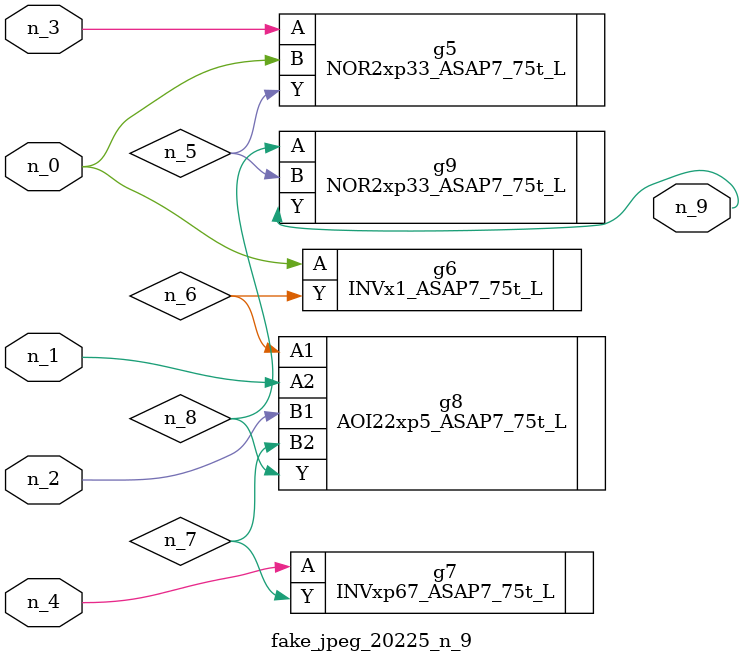
<source format=v>
module fake_jpeg_20225_n_9 (n_3, n_2, n_1, n_0, n_4, n_9);

input n_3;
input n_2;
input n_1;
input n_0;
input n_4;

output n_9;

wire n_8;
wire n_6;
wire n_5;
wire n_7;

NOR2xp33_ASAP7_75t_L g5 ( 
.A(n_3),
.B(n_0),
.Y(n_5)
);

INVx1_ASAP7_75t_L g6 ( 
.A(n_0),
.Y(n_6)
);

INVxp67_ASAP7_75t_L g7 ( 
.A(n_4),
.Y(n_7)
);

AOI22xp5_ASAP7_75t_L g8 ( 
.A1(n_6),
.A2(n_1),
.B1(n_2),
.B2(n_7),
.Y(n_8)
);

NOR2xp33_ASAP7_75t_L g9 ( 
.A(n_8),
.B(n_5),
.Y(n_9)
);


endmodule
</source>
